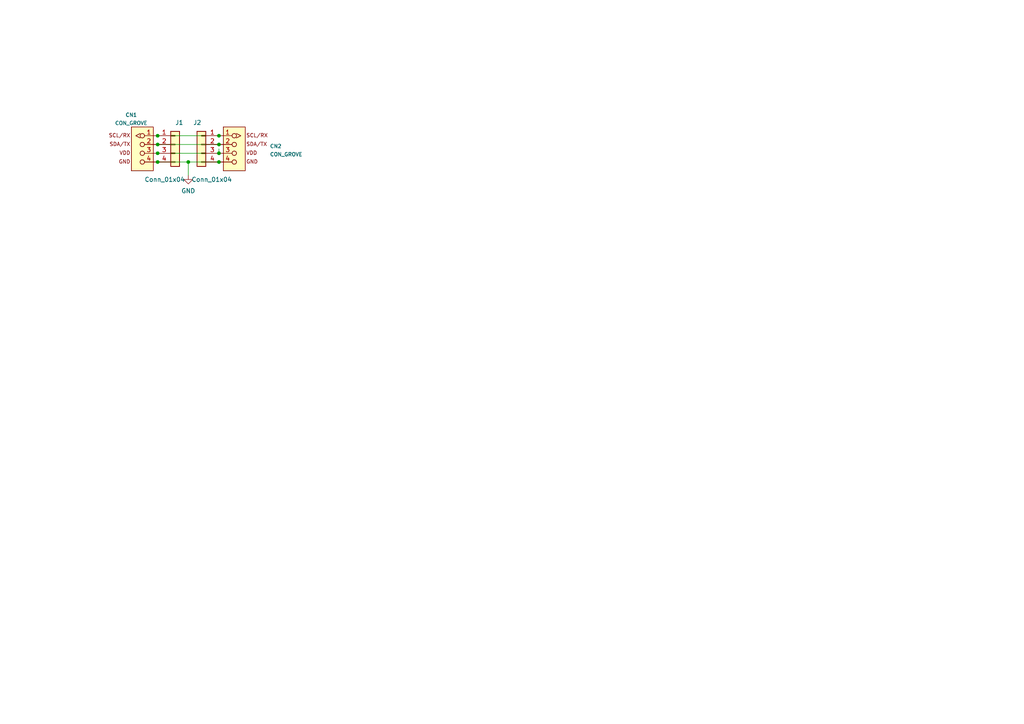
<source format=kicad_sch>
(kicad_sch (version 20211123) (generator eeschema)
  (paper "A4")
  (lib_symbols
    (symbol "Connector_Generic:Conn_01x04" (pin_names (offset 1.016) hide)
      (property "Reference" "J" (at 0 5.08 0))
      (property "Value" "Conn_01x04" (at 0 -7.62 0))
      (symbol "Conn_01x04_1_1"
        (rectangle (start -1.27 -4.953) (end 0 -5.207) (stroke (width 0.1524)))
        (rectangle (start -1.27 -2.413) (end 0 -2.667) (stroke (width 0.1524)))
        (rectangle (start -1.27 0.127) (end 0 -0.127) (stroke (width 0.1524)))
        (rectangle (start -1.27 2.667) (end 0 2.413) (stroke (width 0.1524)))
        (rectangle (start -1.27 3.81) (end 1.27 -6.35) (stroke (width 0.254)) (fill (type background)))
        (pin passive line (at -5.08 2.54 0) (length 3.81) (name "Pin_1") (number "1"))
        (pin passive line (at -5.08 0 0) (length 3.81) (name "Pin_2") (number "2"))
        (pin passive line (at -5.08 -2.54 0) (length 3.81) (name "Pin_3") (number "3"))
        (pin passive line (at -5.08 -5.08 0) (length 3.81) (name "Pin_4") (number "4"))
      )
    )
    (symbol "akita:CON_GROVE" (pin_names (offset 1.016))
      (property "Reference" "CN" (at 0 3.81 0))
      (property "Value" "CON_GROVE" (at 3.81 -5.08 90))
      (symbol "CON_GROVE_1_0"
        (text "GND" (at 5.334 -5.588 0) (effects (font (size 1.0668 1.0668)) (justify left bottom)))
        (text "SCL/RX" (at 5.334 2.032 0) (effects (font (size 1.0668 1.0668)) (justify left bottom)))
        (text "SDA/TX" (at 5.334 -0.508 0) (effects (font (size 1.0668 1.0668)) (justify left bottom)))
        (text "VDD" (at 5.334 -3.048 0) (effects (font (size 1.0668 1.0668)) (justify left bottom)))
        (pin bidirectional inverted_clock (at -2.54 2.54 0) (length 5.08) (name "1") (number "1"))
        (pin bidirectional inverted (at -2.54 0 0) (length 5.08) (name "2") (number "2"))
        (pin bidirectional inverted (at -2.54 -2.54 0) (length 5.08) (name "3") (number "3"))
        (pin bidirectional inverted (at -2.54 -5.08 0) (length 5.08) (name "4") (number "4"))
      )
      (symbol "CON_GROVE_1_1"
        (rectangle (start -1.27 5.08) (end 5.08 -7.62) (stroke (width 0.2032)) (fill (type background)))
      )
    )
    (symbol "power:GND" (power) (pin_names (offset 0))
      (property "Value" "GND" (at 0 -3.81 0))
      (symbol "GND_0_1"
        (polyline (pts (xy 0 0) (xy 0 -1.27) (xy 1.27 -1.27) (xy 0 -2.54) (xy -1.27 -1.27) (xy 0 -1.27)))
      )
      (symbol "GND_1_1"
        (pin power_in line (at 0 0 270) (length 0) hide (name "GND") (number "1"))
      )
    )
  )
  (junction (at 63.5 39.37))
  (junction (at 45.72 44.45))
  (junction (at 45.72 41.91))
  (junction (at 54.61 46.99))
  (junction (at 63.5 46.99))
  (junction (at 45.72 46.99))
  (junction (at 45.72 39.37))
  (junction (at 63.5 44.45))
  (junction (at 63.5 41.91))
  (wire (pts (xy 45.72 44.45) (xy 63.5 44.45)))
  (wire (pts (xy 54.61 46.99) (xy 54.61 50.8)))
  (wire (pts (xy 63.5 43.18) (xy 63.5 44.45)))
  (wire (pts (xy 54.61 46.99) (xy 63.5 46.99)))
  (wire (pts (xy 45.72 41.91) (xy 63.5 41.91)))
  (wire (pts (xy 45.72 46.99) (xy 54.61 46.99)))
  (wire (pts (xy 45.72 39.37) (xy 63.5 39.37)))
  (symbol (lib_id "Connector_Generic:Conn_01x04") (at 50.8 41.91 0) (unit 1)
    (property "Reference" "J1" (at 50.8 35.56 0) (effects (justify left)))
    (property "Value" "Conn_01x04" (at 41.91 52.07 0) (effects (justify left)))
    (property "Footprint" "Connector_PinSocket_2.54mm:PinSocket_1x04_P2.54mm_Vertical" (effects hide))
  )
  (symbol (lib_id "akita:CON_GROVE") (at 43.18 41.91 0) (mirror y) (unit 1)
    (property "Reference" "CN1" (at 38.0587 33.3406 0) (effects (font (size 1.0668 1.0668))))
    (property "Value" "CON_GROVE" (at 38.0587 35.7123 0) (effects (font (size 1.0668 1.0668))))
    (property "Footprint" "akita:CON_GROVE_H" (effects hide))
  )
  (symbol (lib_id "Connector_Generic:Conn_01x04") (at 58.42 41.91 0) (mirror y) (unit 1)
    (property "Reference" "J2" (at 58.42 35.56 0) (effects (justify left)))
    (property "Value" "Conn_01x04" (at 67.31 52.07 0) (effects (justify left)))
    (property "Footprint" "Connector_PinSocket_2.54mm:PinSocket_1x04_P2.54mm_Vertical" (effects hide))
  )
  (symbol (lib_id "akita:CON_GROVE") (at 66.04 41.91 0) (unit 1)
    (property "Reference" "CN2" (at 78.2892 42.3965 0) (effects (font (size 1.0668 1.0668)) (justify left)))
    (property "Value" "CON_GROVE" (at 78.2892 44.7682 0) (effects (font (size 1.0668 1.0668)) (justify left)))
    (property "Footprint" "akita:CON_GROVE_H" (effects hide))
  )
  (symbol (lib_id "power:GND") (at 54.61 50.8 0) (unit 1)
    (property "Reference" "#PWR?" (effects hide))
    (property "Value" "GND" (at 54.61 55.3625 0))
  )
)
</source>
